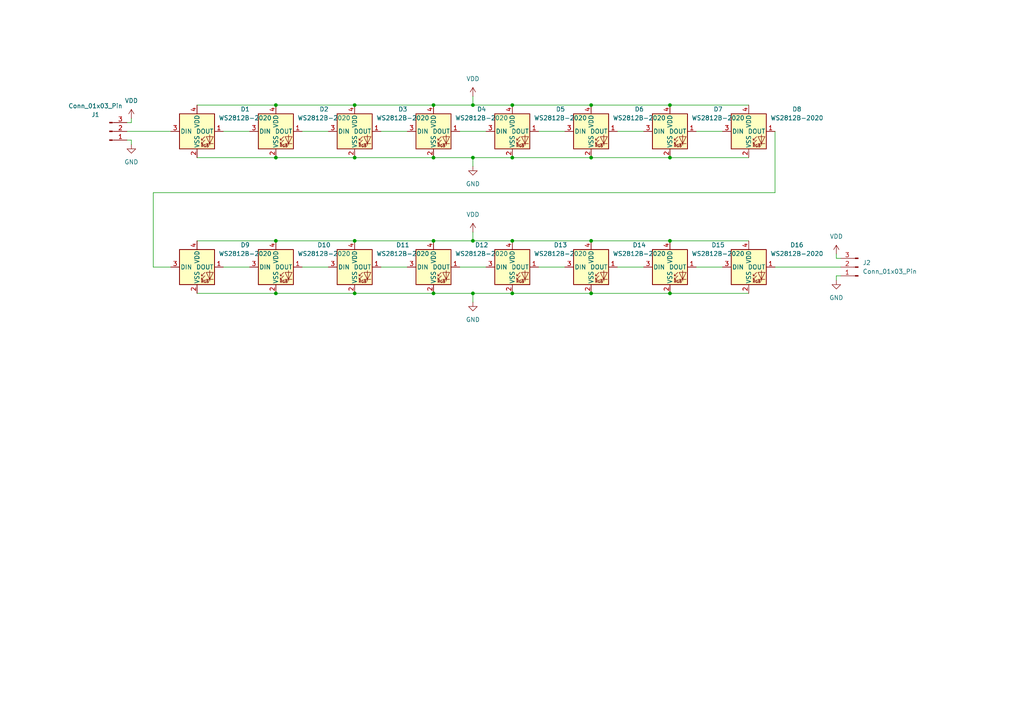
<source format=kicad_sch>
(kicad_sch (version 20250114) (generator "eeschema") (generator_version "9.0")
  (paper "A4")
  (lib_symbols
    (symbol "Connector:Conn_01x03_Pin" (pin_names (offset 1.016) (hide yes))
      (property "Reference" "J" (at 0 5.08 0))
      (property "Value" "Conn_01x03_Pin" (at 0 -5.08 0))
      (symbol "Conn_01x03_Pin_1_1"
        (rectangle (start 0.8636 2.667) (end 0 2.413) (stroke (width 0.1524)) (fill (type outline)))
        (rectangle (start 0.8636 0.127) (end 0 -0.127) (stroke (width 0.1524)) (fill (type outline)))
        (rectangle (start 0.8636 -2.413) (end 0 -2.667) (stroke (width 0.1524)) (fill (type outline)))
        (polyline (pts (xy 1.27 2.54) (xy 0.8636 2.54)) (stroke (width 0.1524)))
        (polyline (pts (xy 1.27 0) (xy 0.8636 0)) (stroke (width 0.1524)))
        (polyline (pts (xy 1.27 -2.54) (xy 0.8636 -2.54)) (stroke (width 0.1524)))
        (pin passive line (at 5.08 2.54 180) (length 3.81) (name "Pin_1") (number "1"))
        (pin passive line (at 5.08 0 180) (length 3.81) (name "Pin_2") (number "2"))
        (pin passive line (at 5.08 -2.54 180) (length 3.81) (name "Pin_3") (number "3"))
      )
    )
    (symbol "LED:WS2812B-2020" (pin_names (offset 0.254))
      (property "Reference" "D" (at 5.08 5.715 0))
      (property "Value" "WS2812B-2020" (at 1.27 -5.715 0))
      (symbol "WS2812B-2020_0_0"
        (text "RGB" (at 2.286 -4.191 0) (effects (font (size 0.762 0.762))))
      )
      (symbol "WS2812B-2020_0_1"
        (polyline (pts (xy 1.27 -2.54) (xy 1.778 -2.54)))
        (polyline (pts (xy 1.27 -3.556) (xy 1.778 -3.556)))
        (polyline (pts (xy 2.286 -1.524) (xy 1.27 -2.54) (xy 1.27 -2.032)))
        (polyline (pts (xy 2.286 -2.54) (xy 1.27 -3.556) (xy 1.27 -3.048)))
        (polyline (pts (xy 3.683 -1.016) (xy 3.683 -3.556) (xy 3.683 -4.064)))
        (polyline (pts (xy 4.699 -1.524) (xy 2.667 -1.524) (xy 3.683 -3.556) (xy 4.699 -1.524)))
        (polyline (pts (xy 4.699 -3.556) (xy 2.667 -3.556)))
        (rectangle (start 5.08 5.08) (end -5.08 -5.08) (stroke (width 0.254)) (fill (type background)))
      )
      (symbol "WS2812B-2020_1_1"
        (pin input line (at -7.62 0 0) (length 2.54) (name "DIN") (number "3"))
        (pin power_in line (at 0 7.62 270) (length 2.54) (name "VDD") (number "4"))
        (pin power_in line (at 0 -7.62 90) (length 2.54) (name "VSS") (number "2"))
        (pin output line (at 7.62 0 180) (length 2.54) (name "DOUT") (number "1"))
      )
    )
    (symbol "power:GND" (power) (pin_numbers (hide yes)) (pin_names (offset 0) (hide yes))
      (property "Value" "GND" (at 0 -3.81 0))
      (symbol "GND_0_1"
        (polyline (pts (xy 0 0) (xy 0 -1.27) (xy 1.27 -1.27) (xy 0 -2.54) (xy -1.27 -1.27) (xy 0 -1.27)))
      )
      (symbol "GND_1_1"
        (pin power_in line (at 0 0 270) (length 0) (name "~") (number "1"))
      )
    )
    (symbol "power:VDD" (power) (pin_numbers (hide yes)) (pin_names (offset 0) (hide yes))
      (property "Value" "VDD" (at 0 3.556 0))
      (symbol "VDD_0_1"
        (polyline (pts (xy -0.762 1.27) (xy 0 2.54)))
        (polyline (pts (xy 0 2.54) (xy 0.762 1.27)))
        (polyline (pts (xy 0 0) (xy 0 2.54)))
      )
      (symbol "VDD_1_1"
        (pin power_in line (at 0 0 90) (length 0) (name "~") (number "1"))
      )
    )
  )
  (junction (at 102.87 69.85))
  (junction (at 171.45 85.09))
  (junction (at 80.01 85.09))
  (junction (at 194.31 30.48))
  (junction (at 80.01 45.72))
  (junction (at 102.87 30.48))
  (junction (at 102.87 45.72))
  (junction (at 137.16 85.09))
  (junction (at 148.59 30.48))
  (junction (at 125.73 85.09))
  (junction (at 137.16 30.48))
  (junction (at 171.45 69.85))
  (junction (at 125.73 30.48))
  (junction (at 80.01 30.48))
  (junction (at 194.31 85.09))
  (junction (at 125.73 69.85))
  (junction (at 194.31 69.85))
  (junction (at 171.45 30.48))
  (junction (at 137.16 69.85))
  (junction (at 137.16 45.72))
  (junction (at 125.73 45.72))
  (junction (at 80.01 69.85))
  (junction (at 194.31 45.72))
  (junction (at 171.45 45.72))
  (junction (at 102.87 85.09))
  (junction (at 148.59 85.09))
  (junction (at 148.59 45.72))
  (junction (at 148.59 69.85))
  (wire (pts (xy 125.73 45.72) (xy 137.16 45.72)))
  (wire (pts (xy 194.31 69.85) (xy 217.17 69.85)))
  (wire (pts (xy 57.15 85.09) (xy 80.01 85.09)))
  (wire (pts (xy 133.35 77.47) (xy 140.97 77.47)))
  (wire (pts (xy 36.83 40.64) (xy 38.1 40.64)))
  (wire (pts (xy 38.1 40.64) (xy 38.1 41.91)))
  (wire (pts (xy 242.57 80.01) (xy 242.57 81.28)))
  (wire (pts (xy 80.01 69.85) (xy 102.87 69.85)))
  (wire (pts (xy 171.45 30.48) (xy 194.31 30.48)))
  (wire (pts (xy 125.73 69.85) (xy 137.16 69.85)))
  (wire (pts (xy 179.07 38.1) (xy 186.69 38.1)))
  (wire (pts (xy 57.15 45.72) (xy 80.01 45.72)))
  (wire (pts (xy 38.1 35.56) (xy 38.1 34.29)))
  (wire (pts (xy 80.01 85.09) (xy 102.87 85.09)))
  (wire (pts (xy 137.16 45.72) (xy 148.59 45.72)))
  (wire (pts (xy 148.59 69.85) (xy 171.45 69.85)))
  (wire (pts (xy 137.16 69.85) (xy 148.59 69.85)))
  (wire (pts (xy 36.83 35.56) (xy 38.1 35.56)))
  (wire (pts (xy 156.21 38.1) (xy 163.83 38.1)))
  (wire (pts (xy 148.59 45.72) (xy 171.45 45.72)))
  (wire (pts (xy 57.15 30.48) (xy 80.01 30.48)))
  (wire (pts (xy 243.84 80.01) (xy 242.57 80.01)))
  (wire (pts (xy 171.45 69.85) (xy 194.31 69.85)))
  (wire (pts (xy 102.87 45.72) (xy 125.73 45.72)))
  (wire (pts (xy 179.07 77.47) (xy 186.69 77.47)))
  (wire (pts (xy 201.93 38.1) (xy 209.55 38.1)))
  (wire (pts (xy 57.15 69.85) (xy 80.01 69.85)))
  (wire (pts (xy 171.45 85.09) (xy 194.31 85.09)))
  (wire (pts (xy 80.01 30.48) (xy 102.87 30.48)))
  (wire (pts (xy 87.63 77.47) (xy 95.25 77.47)))
  (wire (pts (xy 87.63 38.1) (xy 95.25 38.1)))
  (wire (pts (xy 110.49 77.47) (xy 118.11 77.47)))
  (wire (pts (xy 137.16 87.63) (xy 137.16 85.09)))
  (wire (pts (xy 137.16 48.26) (xy 137.16 45.72)))
  (wire (pts (xy 171.45 45.72) (xy 194.31 45.72)))
  (wire (pts (xy 201.93 77.47) (xy 209.55 77.47)))
  (wire (pts (xy 64.77 77.47) (xy 72.39 77.47)))
  (wire (pts (xy 44.45 55.88) (xy 44.45 77.47)))
  (wire (pts (xy 148.59 85.09) (xy 171.45 85.09)))
  (wire (pts (xy 137.16 67.31) (xy 137.16 69.85)))
  (wire (pts (xy 102.87 69.85) (xy 125.73 69.85)))
  (wire (pts (xy 148.59 30.48) (xy 171.45 30.48)))
  (wire (pts (xy 224.79 55.88) (xy 44.45 55.88)))
  (wire (pts (xy 243.84 77.47) (xy 224.79 77.47)))
  (wire (pts (xy 194.31 45.72) (xy 217.17 45.72)))
  (wire (pts (xy 137.16 27.94) (xy 137.16 30.48)))
  (wire (pts (xy 102.87 85.09) (xy 125.73 85.09)))
  (wire (pts (xy 64.77 38.1) (xy 72.39 38.1)))
  (wire (pts (xy 125.73 30.48) (xy 137.16 30.48)))
  (wire (pts (xy 44.45 77.47) (xy 49.53 77.47)))
  (wire (pts (xy 125.73 85.09) (xy 137.16 85.09)))
  (wire (pts (xy 137.16 85.09) (xy 148.59 85.09)))
  (wire (pts (xy 194.31 85.09) (xy 217.17 85.09)))
  (wire (pts (xy 133.35 38.1) (xy 140.97 38.1)))
  (wire (pts (xy 224.79 38.1) (xy 224.79 55.88)))
  (wire (pts (xy 243.84 74.93) (xy 242.57 74.93)))
  (wire (pts (xy 137.16 30.48) (xy 148.59 30.48)))
  (wire (pts (xy 36.83 38.1) (xy 49.53 38.1)))
  (wire (pts (xy 80.01 45.72) (xy 102.87 45.72)))
  (wire (pts (xy 102.87 30.48) (xy 125.73 30.48)))
  (wire (pts (xy 110.49 38.1) (xy 118.11 38.1)))
  (wire (pts (xy 242.57 74.93) (xy 242.57 73.66)))
  (wire (pts (xy 156.21 77.47) (xy 163.83 77.47)))
  (wire (pts (xy 194.31 30.48) (xy 217.17 30.48)))
  (symbol (lib_id "LED:WS2812B-2020") (at 80.01 77.47 0) (unit 1)
    (property "Reference" "D10" (at 93.98 71.0498 0))
    (property "Value" "WS2812B-2020" (at 93.98 73.5898 0))
    (property "Footprint" "LED_SMD:LED_WS2812B-2020_PLCC4_2.0x2.0mm" (effects (hide yes)))
    (property "Datasheet" "https://cdn-shop.adafruit.com/product-files/4684/4684_WS2812B-2020_V1.3_EN.pdf" (effects (hide yes)))
    (property "Description" "RGB LED with integrated controller, 2.0 x 2.0 mm, 12 mA" (effects (hide yes)))
  )
  (symbol (lib_id "LED:WS2812B-2020") (at 194.31 38.1 0) (unit 1)
    (property "Reference" "D7" (at 208.28 31.6798 0))
    (property "Value" "WS2812B-2020" (at 208.28 34.2198 0))
    (property "Footprint" "LED_SMD:LED_WS2812B-2020_PLCC4_2.0x2.0mm" (effects (hide yes)))
    (property "Datasheet" "https://cdn-shop.adafruit.com/product-files/4684/4684_WS2812B-2020_V1.3_EN.pdf" (effects (hide yes)))
    (property "Description" "RGB LED with integrated controller, 2.0 x 2.0 mm, 12 mA" (effects (hide yes)))
  )
  (symbol (lib_id "power:VDD") (at 38.1 34.29 0) (unit 1)
    (property "Reference" "#PWR07" (effects (hide yes)))
    (property "Value" "VDD" (at 38.1 29.21 0))
    (property "Description" "Power symbol creates a global label with name \"VDD\"" (effects (hide yes)))
  )
  (symbol (lib_id "power:GND") (at 137.16 48.26 0) (unit 1)
    (property "Reference" "#PWR02" (effects (hide yes)))
    (property "Value" "GND" (at 137.16 53.34 0))
    (property "Description" "Power symbol creates a global label with name \"GND\" , ground" (effects (hide yes)))
  )
  (symbol (lib_id "LED:WS2812B-2020") (at 171.45 38.1 0) (unit 1)
    (property "Reference" "D6" (at 185.42 31.6798 0))
    (property "Value" "WS2812B-2020" (at 185.42 34.2198 0))
    (property "Footprint" "LED_SMD:LED_WS2812B-2020_PLCC4_2.0x2.0mm" (effects (hide yes)))
    (property "Datasheet" "https://cdn-shop.adafruit.com/product-files/4684/4684_WS2812B-2020_V1.3_EN.pdf" (effects (hide yes)))
    (property "Description" "RGB LED with integrated controller, 2.0 x 2.0 mm, 12 mA" (effects (hide yes)))
  )
  (symbol (lib_id "LED:WS2812B-2020") (at 57.15 77.47 0) (unit 1)
    (property "Reference" "D9" (at 71.12 71.0498 0))
    (property "Value" "WS2812B-2020" (at 71.12 73.5898 0))
    (property "Footprint" "LED_SMD:LED_WS2812B-2020_PLCC4_2.0x2.0mm" (effects (hide yes)))
    (property "Datasheet" "https://cdn-shop.adafruit.com/product-files/4684/4684_WS2812B-2020_V1.3_EN.pdf" (effects (hide yes)))
    (property "Description" "RGB LED with integrated controller, 2.0 x 2.0 mm, 12 mA" (effects (hide yes)))
  )
  (symbol (lib_id "LED:WS2812B-2020") (at 125.73 77.47 0) (unit 1)
    (property "Reference" "D12" (at 139.7 71.0498 0))
    (property "Value" "WS2812B-2020" (at 139.7 73.5898 0))
    (property "Footprint" "LED_SMD:LED_WS2812B-2020_PLCC4_2.0x2.0mm" (effects (hide yes)))
    (property "Datasheet" "https://cdn-shop.adafruit.com/product-files/4684/4684_WS2812B-2020_V1.3_EN.pdf" (effects (hide yes)))
    (property "Description" "RGB LED with integrated controller, 2.0 x 2.0 mm, 12 mA" (effects (hide yes)))
  )
  (symbol (lib_id "LED:WS2812B-2020") (at 148.59 77.47 0) (unit 1)
    (property "Reference" "D13" (at 162.56 71.0498 0))
    (property "Value" "WS2812B-2020" (at 162.56 73.5898 0))
    (property "Footprint" "LED_SMD:LED_WS2812B-2020_PLCC4_2.0x2.0mm" (effects (hide yes)))
    (property "Datasheet" "https://cdn-shop.adafruit.com/product-files/4684/4684_WS2812B-2020_V1.3_EN.pdf" (effects (hide yes)))
    (property "Description" "RGB LED with integrated controller, 2.0 x 2.0 mm, 12 mA" (effects (hide yes)))
  )
  (symbol (lib_id "LED:WS2812B-2020") (at 194.31 77.47 0) (unit 1)
    (property "Reference" "D15" (at 208.28 71.0498 0))
    (property "Value" "WS2812B-2020" (at 208.28 73.5898 0))
    (property "Footprint" "LED_SMD:LED_WS2812B-2020_PLCC4_2.0x2.0mm" (effects (hide yes)))
    (property "Datasheet" "https://cdn-shop.adafruit.com/product-files/4684/4684_WS2812B-2020_V1.3_EN.pdf" (effects (hide yes)))
    (property "Description" "RGB LED with integrated controller, 2.0 x 2.0 mm, 12 mA" (effects (hide yes)))
  )
  (symbol (lib_id "power:GND") (at 38.1 41.91 0) (unit 1)
    (property "Reference" "#PWR06" (effects (hide yes)))
    (property "Value" "GND" (at 38.1 46.99 0))
    (property "Description" "Power symbol creates a global label with name \"GND\" , ground" (effects (hide yes)))
  )
  (symbol (lib_id "LED:WS2812B-2020") (at 102.87 38.1 0) (unit 1)
    (property "Reference" "D3" (at 116.84 31.6798 0))
    (property "Value" "WS2812B-2020" (at 116.84 34.2198 0))
    (property "Footprint" "LED_SMD:LED_WS2812B-2020_PLCC4_2.0x2.0mm" (effects (hide yes)))
    (property "Datasheet" "https://cdn-shop.adafruit.com/product-files/4684/4684_WS2812B-2020_V1.3_EN.pdf" (effects (hide yes)))
    (property "Description" "RGB LED with integrated controller, 2.0 x 2.0 mm, 12 mA" (effects (hide yes)))
  )
  (symbol (lib_id "power:VDD") (at 242.57 73.66 0) (unit 1)
    (property "Reference" "#PWR08" (effects (hide yes)))
    (property "Value" "VDD" (at 242.57 68.58 0))
    (property "Description" "Power symbol creates a global label with name \"VDD\"" (effects (hide yes)))
  )
  (symbol (lib_id "Connector:Conn_01x03_Pin") (at 31.75 38.1 0) (mirror x) (unit 1)
    (property "Reference" "J1" (at 27.686 33.274 0))
    (property "Value" "Conn_01x03_Pin" (at 27.686 30.734 0))
    (property "Footprint" "Connector_PinHeader_2.54mm:PinHeader_1x03_P2.54mm_Vertical" (effects (hide yes)))
    (property "Description" "Generic connector, single row, 01x03, script generated" (effects (hide yes)))
  )
  (symbol (lib_id "LED:WS2812B-2020") (at 217.17 38.1 0) (unit 1)
    (property "Reference" "D8" (at 231.14 31.6798 0))
    (property "Value" "WS2812B-2020" (at 231.14 34.2198 0))
    (property "Footprint" "LED_SMD:LED_WS2812B-2020_PLCC4_2.0x2.0mm" (effects (hide yes)))
    (property "Datasheet" "https://cdn-shop.adafruit.com/product-files/4684/4684_WS2812B-2020_V1.3_EN.pdf" (effects (hide yes)))
    (property "Description" "RGB LED with integrated controller, 2.0 x 2.0 mm, 12 mA" (effects (hide yes)))
  )
  (symbol (lib_id "LED:WS2812B-2020") (at 148.59 38.1 0) (unit 1)
    (property "Reference" "D5" (at 162.56 31.6798 0))
    (property "Value" "WS2812B-2020" (at 162.56 34.2198 0))
    (property "Footprint" "LED_SMD:LED_WS2812B-2020_PLCC4_2.0x2.0mm" (effects (hide yes)))
    (property "Datasheet" "https://cdn-shop.adafruit.com/product-files/4684/4684_WS2812B-2020_V1.3_EN.pdf" (effects (hide yes)))
    (property "Description" "RGB LED with integrated controller, 2.0 x 2.0 mm, 12 mA" (effects (hide yes)))
  )
  (symbol (lib_id "LED:WS2812B-2020") (at 217.17 77.47 0) (unit 1)
    (property "Reference" "D16" (at 231.14 71.0498 0))
    (property "Value" "WS2812B-2020" (at 231.14 73.5898 0))
    (property "Footprint" "LED_SMD:LED_WS2812B-2020_PLCC4_2.0x2.0mm" (effects (hide yes)))
    (property "Datasheet" "https://cdn-shop.adafruit.com/product-files/4684/4684_WS2812B-2020_V1.3_EN.pdf" (effects (hide yes)))
    (property "Description" "RGB LED with integrated controller, 2.0 x 2.0 mm, 12 mA" (effects (hide yes)))
  )
  (symbol (lib_id "power:VDD") (at 137.16 67.31 0) (unit 1)
    (property "Reference" "#PWR03" (effects (hide yes)))
    (property "Value" "VDD" (at 137.16 62.23 0))
    (property "Description" "Power symbol creates a global label with name \"VDD\"" (effects (hide yes)))
  )
  (symbol (lib_id "LED:WS2812B-2020") (at 125.73 38.1 0) (unit 1)
    (property "Reference" "D4" (at 139.7 31.6798 0))
    (property "Value" "WS2812B-2020" (at 139.7 34.2198 0))
    (property "Footprint" "LED_SMD:LED_WS2812B-2020_PLCC4_2.0x2.0mm" (effects (hide yes)))
    (property "Datasheet" "https://cdn-shop.adafruit.com/product-files/4684/4684_WS2812B-2020_V1.3_EN.pdf" (effects (hide yes)))
    (property "Description" "RGB LED with integrated controller, 2.0 x 2.0 mm, 12 mA" (effects (hide yes)))
  )
  (symbol (lib_id "LED:WS2812B-2020") (at 57.15 38.1 0) (unit 1)
    (property "Reference" "D1" (at 71.12 31.6798 0))
    (property "Value" "WS2812B-2020" (at 71.12 34.2198 0))
    (property "Footprint" "LED_SMD:LED_WS2812B-2020_PLCC4_2.0x2.0mm" (effects (hide yes)))
    (property "Datasheet" "https://cdn-shop.adafruit.com/product-files/4684/4684_WS2812B-2020_V1.3_EN.pdf" (effects (hide yes)))
    (property "Description" "RGB LED with integrated controller, 2.0 x 2.0 mm, 12 mA" (effects (hide yes)))
  )
  (symbol (lib_id "LED:WS2812B-2020") (at 102.87 77.47 0) (unit 1)
    (property "Reference" "D11" (at 116.84 71.0498 0))
    (property "Value" "WS2812B-2020" (at 116.84 73.5898 0))
    (property "Footprint" "LED_SMD:LED_WS2812B-2020_PLCC4_2.0x2.0mm" (effects (hide yes)))
    (property "Datasheet" "https://cdn-shop.adafruit.com/product-files/4684/4684_WS2812B-2020_V1.3_EN.pdf" (effects (hide yes)))
    (property "Description" "RGB LED with integrated controller, 2.0 x 2.0 mm, 12 mA" (effects (hide yes)))
  )
  (symbol (lib_id "power:VDD") (at 137.16 27.94 0) (unit 1)
    (property "Reference" "#PWR01" (effects (hide yes)))
    (property "Value" "VDD" (at 137.16 22.86 0))
    (property "Description" "Power symbol creates a global label with name \"VDD\"" (effects (hide yes)))
  )
  (symbol (lib_id "power:GND") (at 137.16 87.63 0) (unit 1)
    (property "Reference" "#PWR04" (effects (hide yes)))
    (property "Value" "GND" (at 137.16 92.71 0))
    (property "Description" "Power symbol creates a global label with name \"GND\" , ground" (effects (hide yes)))
  )
  (symbol (lib_id "Connector:Conn_01x03_Pin") (at 248.92 77.47 180) (unit 1)
    (property "Reference" "J2" (at 250.19 76.1999 0) (effects (justify right)))
    (property "Value" "Conn_01x03_Pin" (at 250.19 78.7399 0) (effects (justify right)))
    (property "Footprint" "Connector_PinHeader_2.54mm:PinHeader_1x03_P2.54mm_Vertical" (effects (hide yes)))
    (property "Description" "Generic connector, single row, 01x03, script generated" (effects (hide yes)))
  )
  (symbol (lib_id "LED:WS2812B-2020") (at 80.01 38.1 0) (unit 1)
    (property "Reference" "D2" (at 93.98 31.6798 0))
    (property "Value" "WS2812B-2020" (at 93.98 34.2198 0))
    (property "Footprint" "LED_SMD:LED_WS2812B-2020_PLCC4_2.0x2.0mm" (effects (hide yes)))
    (property "Datasheet" "https://cdn-shop.adafruit.com/product-files/4684/4684_WS2812B-2020_V1.3_EN.pdf" (effects (hide yes)))
    (property "Description" "RGB LED with integrated controller, 2.0 x 2.0 mm, 12 mA" (effects (hide yes)))
  )
  (symbol (lib_id "LED:WS2812B-2020") (at 171.45 77.47 0) (unit 1)
    (property "Reference" "D14" (at 185.42 71.0498 0))
    (property "Value" "WS2812B-2020" (at 185.42 73.5898 0))
    (property "Footprint" "LED_SMD:LED_WS2812B-2020_PLCC4_2.0x2.0mm" (effects (hide yes)))
    (property "Datasheet" "https://cdn-shop.adafruit.com/product-files/4684/4684_WS2812B-2020_V1.3_EN.pdf" (effects (hide yes)))
    (property "Description" "RGB LED with integrated controller, 2.0 x 2.0 mm, 12 mA" (effects (hide yes)))
  )
  (symbol (lib_id "power:GND") (at 242.57 81.28 0) (unit 1)
    (property "Reference" "#PWR05" (effects (hide yes)))
    (property "Value" "GND" (at 242.57 86.36 0))
    (property "Description" "Power symbol creates a global label with name \"GND\" , ground" (effects (hide yes)))
  )
)
</source>
